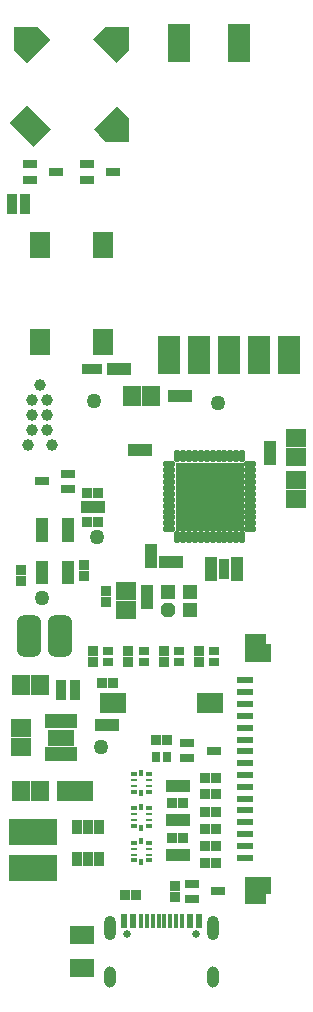
<source format=gbr>
%TF.GenerationSoftware,Altium Limited,Altium Designer,24.3.1 (35)*%
G04 Layer_Color=8388736*
%FSLAX45Y45*%
%MOMM*%
%TF.SameCoordinates,F890BB90-1D0F-4F84-9AE3-556F965AF49A*%
%TF.FilePolarity,Negative*%
%TF.FileFunction,Soldermask,Top*%
%TF.Part,Single*%
G01*
G75*
%TA.AperFunction,SMDPad,CuDef*%
%ADD11R,0.35000X0.63000*%
%ADD12R,0.57500X0.30000*%
%ADD13R,0.57500X0.25000*%
%TA.AperFunction,ConnectorPad*%
%ADD26R,0.60000X1.15000*%
%ADD27R,0.30000X1.15000*%
%TA.AperFunction,SMDPad,CuDef*%
G04:AMPARAMS|DCode=33|XSize=3.5mm|YSize=2mm|CornerRadius=0.5mm|HoleSize=0mm|Usage=FLASHONLY|Rotation=270.000|XOffset=0mm|YOffset=0mm|HoleType=Round|Shape=RoundedRectangle|*
%AMROUNDEDRECTD33*
21,1,3.50000,1.00000,0,0,270.0*
21,1,2.50001,2.00000,0,0,270.0*
1,1,1.00000,-0.50000,-1.25000*
1,1,1.00000,-0.50000,1.25000*
1,1,1.00000,0.50000,1.25000*
1,1,1.00000,0.50000,-1.25000*
%
%ADD33ROUNDEDRECTD33*%
%TA.AperFunction,ComponentPad*%
%ADD49C,0.65000*%
G04:AMPARAMS|DCode=50|XSize=1mm|YSize=2.1mm|CornerRadius=0.5mm|HoleSize=0mm|Usage=FLASHONLY|Rotation=0.000|XOffset=0mm|YOffset=0mm|HoleType=Round|Shape=RoundedRectangle|*
%AMROUNDEDRECTD50*
21,1,1.00000,1.10000,0,0,0.0*
21,1,0.00000,2.10000,0,0,0.0*
1,1,1.00000,0.00000,-0.55000*
1,1,1.00000,0.00000,-0.55000*
1,1,1.00000,0.00000,0.55000*
1,1,1.00000,0.00000,0.55000*
%
%ADD50ROUNDEDRECTD50*%
G04:AMPARAMS|DCode=51|XSize=1mm|YSize=1.8mm|CornerRadius=0.5mm|HoleSize=0mm|Usage=FLASHONLY|Rotation=0.000|XOffset=0mm|YOffset=0mm|HoleType=Round|Shape=RoundedRectangle|*
%AMROUNDEDRECTD51*
21,1,1.00000,0.80000,0,0,0.0*
21,1,0.00000,1.80000,0,0,0.0*
1,1,1.00000,0.00000,-0.40000*
1,1,1.00000,0.00000,-0.40000*
1,1,1.00000,0.00000,0.40000*
1,1,1.00000,0.00000,0.40000*
%
%ADD51ROUNDEDRECTD51*%
%ADD52C,1.00000*%
%TA.AperFunction,SMDPad,CuDef*%
%ADD66R,0.81000X0.81000*%
%ADD67R,0.51000X1.21000*%
%ADD68R,2.26000X1.45000*%
%ADD69R,1.11000X0.66000*%
%ADD70R,1.16000X0.76000*%
%ADD71R,1.56000X1.71000*%
%ADD72R,4.06000X2.29000*%
%ADD73C,1.26000*%
%ADD74R,0.86000X1.26000*%
%ADD75R,2.06000X1.56000*%
%ADD76R,1.71000X1.56000*%
%ADD77R,0.81000X0.81000*%
%ADD78R,0.76000X0.96000*%
%ADD79R,2.26000X1.76000*%
%ADD80R,0.96000X0.76000*%
%ADD81R,0.98000X0.98000*%
%TA.AperFunction,BGAPad,CuDef*%
%ADD82C,1.00320*%
%TA.AperFunction,SMDPad,CuDef*%
%ADD83R,1.36000X0.56000*%
%ADD84R,1.76000X2.26000*%
G04:AMPARAMS|DCode=85|XSize=1.16mm|YSize=1.26mm|CornerRadius=0mm|HoleSize=0mm|Usage=FLASHONLY|Rotation=90.000|XOffset=0mm|YOffset=0mm|HoleType=Round|Shape=Octagon|*
%AMOCTAGOND85*
4,1,8,-0.63000,-0.29000,-0.63000,0.29000,-0.34000,0.58000,0.34000,0.58000,0.63000,0.29000,0.63000,-0.29000,0.34000,-0.58000,-0.34000,-0.58000,-0.63000,-0.29000,0.0*
%
%ADD85OCTAGOND85*%

%ADD86R,1.26000X1.16000*%
%ADD87O,0.51000X1.11000*%
%ADD88O,1.11000X0.51000*%
%ADD89R,5.86000X5.86000*%
%ADD90R,0.98000X0.98000*%
%ADD91R,1.86000X3.26000*%
G36*
X6865000Y14031152D02*
X6764792Y13920944D01*
X6560944Y14124792D01*
X6671152Y14225000D01*
X6865000D01*
Y14031152D01*
D02*
G37*
G36*
X6194056Y14114792D02*
X6000208Y13920944D01*
X5895000Y14021152D01*
Y14225000D01*
X6098848D01*
X6194056Y14114792D01*
D02*
G37*
G36*
X6865000Y13458849D02*
Y13255000D01*
X6661152D01*
X6570944Y13360208D01*
X6764792Y13554056D01*
X6865000Y13458849D01*
D02*
G37*
G36*
X6204056Y13360208D02*
X6063848Y13214999D01*
X5860000Y13418848D01*
X6000208Y13564056D01*
X6204056Y13360208D01*
D02*
G37*
G36*
X8030000Y9005000D02*
X8065000D01*
Y8855000D01*
X7850000D01*
Y9085000D01*
X8030000D01*
Y9005000D01*
D02*
G37*
G36*
X8065000Y6885000D02*
X8030000D01*
Y6805000D01*
X7850000D01*
Y7035000D01*
X8065000D01*
Y6885000D01*
D02*
G37*
D11*
X6970000Y7622000D02*
D03*
Y7450000D02*
D03*
Y7912000D02*
D03*
Y7740000D02*
D03*
Y7332000D02*
D03*
Y7160000D02*
D03*
D12*
X7033750Y7611000D02*
D03*
Y7461000D02*
D03*
X6906250D02*
D03*
Y7611000D02*
D03*
X7033750Y7901000D02*
D03*
Y7751000D02*
D03*
X6906250D02*
D03*
Y7901000D02*
D03*
X7033750Y7321000D02*
D03*
Y7171000D02*
D03*
X6906250D02*
D03*
Y7321000D02*
D03*
D13*
X7033750Y7561000D02*
D03*
Y7511000D02*
D03*
X6906250D02*
D03*
Y7561000D02*
D03*
X7033750Y7851000D02*
D03*
Y7801000D02*
D03*
X6906250D02*
D03*
Y7851000D02*
D03*
X7033750Y7271000D02*
D03*
Y7221000D02*
D03*
X6906250D02*
D03*
Y7271000D02*
D03*
D26*
X7462000Y6657500D02*
D03*
X6822000D02*
D03*
X7382000D02*
D03*
X6902000D02*
D03*
D27*
X7317000D02*
D03*
X7267000D02*
D03*
X7217000D02*
D03*
X7167000D02*
D03*
X7117000D02*
D03*
X7067000D02*
D03*
X7017000D02*
D03*
X6967000D02*
D03*
D33*
X6020000Y9070000D02*
D03*
X6280000D02*
D03*
D49*
X7431000Y6550000D02*
D03*
X6853000D02*
D03*
D50*
X7574000Y6600000D02*
D03*
X6710000D02*
D03*
D51*
X7574000Y6182000D02*
D03*
X6710000D02*
D03*
D52*
X6008500Y10692000D02*
D03*
X6211500D02*
D03*
X6110000Y11200000D02*
D03*
D66*
X7325000Y7655000D02*
D03*
X7235000D02*
D03*
X6605000Y10280000D02*
D03*
X6515000D02*
D03*
X6515000Y10040000D02*
D03*
X6605000D02*
D03*
X7095000Y8190000D02*
D03*
X7185000D02*
D03*
X6925000Y6880000D02*
D03*
X6835000D02*
D03*
X6640000Y8670000D02*
D03*
X6730000D02*
D03*
X6510000Y11330000D02*
D03*
X6600000D02*
D03*
X7325000Y7365000D02*
D03*
X7235000D02*
D03*
X7510000Y7870000D02*
D03*
X7600000D02*
D03*
X7510000Y7730000D02*
D03*
X7600000D02*
D03*
X7510000Y7580000D02*
D03*
X7600000D02*
D03*
X7510000Y7440000D02*
D03*
X7600000D02*
D03*
X7510000Y7290000D02*
D03*
X7600000D02*
D03*
X7510000Y7150000D02*
D03*
X7600000D02*
D03*
D67*
X6177500Y8070500D02*
D03*
X6222500D02*
D03*
X6267500D02*
D03*
X6312500D02*
D03*
X6357500D02*
D03*
X6402500D02*
D03*
X6177500Y8349500D02*
D03*
X6222500D02*
D03*
X6267500D02*
D03*
X6312500D02*
D03*
X6357500D02*
D03*
X6402500D02*
D03*
D68*
X6290000Y8210000D02*
D03*
D69*
X6127500Y9545000D02*
D03*
Y9610000D02*
D03*
Y9675000D02*
D03*
X6352500D02*
D03*
Y9610000D02*
D03*
Y9545000D02*
D03*
X6352500Y10035000D02*
D03*
Y9970000D02*
D03*
Y9905000D02*
D03*
X6127500D02*
D03*
Y9970000D02*
D03*
Y10035000D02*
D03*
D70*
X7397500Y6975000D02*
D03*
Y6845000D02*
D03*
X7622500Y6910000D02*
D03*
X6352500Y10315000D02*
D03*
Y10445000D02*
D03*
X6127500Y10380000D02*
D03*
X7357500Y8165000D02*
D03*
Y8035000D02*
D03*
X7582500Y8100000D02*
D03*
X6507500Y13064999D02*
D03*
Y12935001D02*
D03*
X6732500Y13000000D02*
D03*
X6027500Y13064999D02*
D03*
Y12935001D02*
D03*
X6252500Y13000000D02*
D03*
D71*
X6330000Y7760000D02*
D03*
X6490000D02*
D03*
X5950000Y8660000D02*
D03*
X6110000D02*
D03*
X5950000Y7760000D02*
D03*
X6110000D02*
D03*
X6890000Y11100000D02*
D03*
X7050000D02*
D03*
D72*
X6050000Y7410000D02*
D03*
Y7110000D02*
D03*
D73*
X6630000Y8130000D02*
D03*
X6130000Y9390000D02*
D03*
X6600000Y9910000D02*
D03*
X6570000Y11060000D02*
D03*
X7620000Y11040000D02*
D03*
D74*
X6615000Y7457500D02*
D03*
X6520000D02*
D03*
X6425000D02*
D03*
Y7182500D02*
D03*
X6520000D02*
D03*
X6615000D02*
D03*
D75*
X6470000Y6540000D02*
D03*
Y6260000D02*
D03*
D76*
X5950000Y8290000D02*
D03*
Y8130000D02*
D03*
X6840000Y9290000D02*
D03*
Y9450000D02*
D03*
X8280000Y10230000D02*
D03*
Y10390000D02*
D03*
Y10750000D02*
D03*
Y10590000D02*
D03*
D77*
X6290000Y8660000D02*
D03*
Y8570000D02*
D03*
X6410000Y8660000D02*
D03*
Y8570000D02*
D03*
X6490000Y9670000D02*
D03*
Y9580000D02*
D03*
X5950000Y9540000D02*
D03*
Y9630000D02*
D03*
X7260000Y6865000D02*
D03*
Y6955000D02*
D03*
X6560000Y8945000D02*
D03*
Y8855000D02*
D03*
X7160000Y8945000D02*
D03*
Y8855000D02*
D03*
X6860000Y8945000D02*
D03*
Y8855000D02*
D03*
X7460000Y8945000D02*
D03*
Y8855000D02*
D03*
X5880000Y12775000D02*
D03*
Y12685000D02*
D03*
X5990000Y12775000D02*
D03*
Y12685000D02*
D03*
X7670000Y9685000D02*
D03*
Y9595000D02*
D03*
X6670000Y9450000D02*
D03*
Y9360000D02*
D03*
D78*
X7185000Y8050000D02*
D03*
X7095000D02*
D03*
D79*
X6730000Y8500000D02*
D03*
X7550000D02*
D03*
D80*
X6690000Y8855000D02*
D03*
Y8945000D02*
D03*
X7590000Y8855000D02*
D03*
Y8945000D02*
D03*
X6990000Y8855000D02*
D03*
Y8945000D02*
D03*
X7290000Y8855000D02*
D03*
Y8945000D02*
D03*
D81*
X6730000Y8320000D02*
D03*
X6630000D02*
D03*
X7250000Y11100000D02*
D03*
X7350000D02*
D03*
X6510000Y10160000D02*
D03*
X6610000D02*
D03*
X7270000Y9700000D02*
D03*
X7170000D02*
D03*
X7230000Y7510000D02*
D03*
X7330000D02*
D03*
X7230000Y7220000D02*
D03*
X7330000D02*
D03*
X6830000Y11330000D02*
D03*
X6730000D02*
D03*
X7010000Y10650000D02*
D03*
X6910000D02*
D03*
X7230000Y7800000D02*
D03*
X7330000D02*
D03*
D82*
X6173500Y10819000D02*
D03*
X6046500D02*
D03*
X6173500Y10946000D02*
D03*
X6046500D02*
D03*
X6173500Y11073000D02*
D03*
X6046500D02*
D03*
D83*
X7845000Y8695000D02*
D03*
Y8595000D02*
D03*
Y8495000D02*
D03*
Y8395000D02*
D03*
Y8295000D02*
D03*
Y8195000D02*
D03*
Y8095000D02*
D03*
Y7995000D02*
D03*
Y7895000D02*
D03*
Y7795000D02*
D03*
Y7695000D02*
D03*
Y7595000D02*
D03*
Y7495000D02*
D03*
Y7395000D02*
D03*
Y7295000D02*
D03*
Y7195000D02*
D03*
D84*
X6650000Y12380000D02*
D03*
Y11560000D02*
D03*
X6110000D02*
D03*
Y12380000D02*
D03*
D85*
X7197492Y9292493D02*
D03*
D86*
X7382492D02*
D03*
X7197492Y9447493D02*
D03*
X7382492D02*
D03*
D87*
X7275000Y9907500D02*
D03*
X7325000D02*
D03*
X7375000D02*
D03*
X7425000D02*
D03*
X7475000D02*
D03*
X7525000D02*
D03*
X7575000D02*
D03*
X7625000D02*
D03*
X7675000D02*
D03*
X7725000D02*
D03*
X7775000D02*
D03*
X7825000D02*
D03*
Y10592500D02*
D03*
X7775000D02*
D03*
X7725000D02*
D03*
X7675000D02*
D03*
X7625000D02*
D03*
X7575000D02*
D03*
X7525000D02*
D03*
X7475000D02*
D03*
X7425000D02*
D03*
X7375000D02*
D03*
X7325000D02*
D03*
X7275000D02*
D03*
D88*
X7892500Y9975000D02*
D03*
Y10025000D02*
D03*
Y10075000D02*
D03*
Y10125000D02*
D03*
Y10175000D02*
D03*
Y10225000D02*
D03*
Y10275000D02*
D03*
Y10325000D02*
D03*
Y10375000D02*
D03*
Y10425000D02*
D03*
Y10475000D02*
D03*
Y10525000D02*
D03*
X7207500D02*
D03*
Y10475000D02*
D03*
Y10425000D02*
D03*
Y10375000D02*
D03*
Y10325000D02*
D03*
Y10275000D02*
D03*
Y10225000D02*
D03*
Y10175000D02*
D03*
Y10125000D02*
D03*
Y10075000D02*
D03*
Y10025000D02*
D03*
Y9975000D02*
D03*
D89*
X7550000Y10250000D02*
D03*
D90*
X7780000Y9690000D02*
D03*
Y9590000D02*
D03*
X7020000Y9450000D02*
D03*
Y9350000D02*
D03*
X8060000Y10570000D02*
D03*
Y10670000D02*
D03*
X7050000Y9800000D02*
D03*
Y9700000D02*
D03*
X7560000Y9690000D02*
D03*
Y9590000D02*
D03*
D91*
X8222000Y11450000D02*
D03*
X7968000D02*
D03*
X7714000D02*
D03*
X7460000D02*
D03*
X7206000D02*
D03*
X7800000Y14089999D02*
D03*
X7292000D02*
D03*
%TF.MD5,deda5a46047dfa2ea0aef5d75842b8ea*%
M02*

</source>
